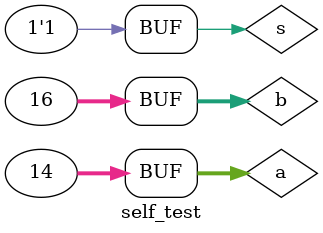
<source format=v>
module mux (a,b,out,select);//to use:  mux #(how many bits do inputs have?) name(arguments);
  parameter n=32;
  input[n-1:0] a,b;
  output reg[n-1:0] out;
  input select;
	always@(a, b, select) out = (select==0) ? a : b;

endmodule


module self_test();
  reg[31:0] a,b;
  wire[31:0] out;
  reg s;
  mux2 #(32) m(a,b,out,s);
  initial begin
    a=32'd14;
    b=32'd16;
    s=0;
    #500 s=1;
end
endmodule
</source>
